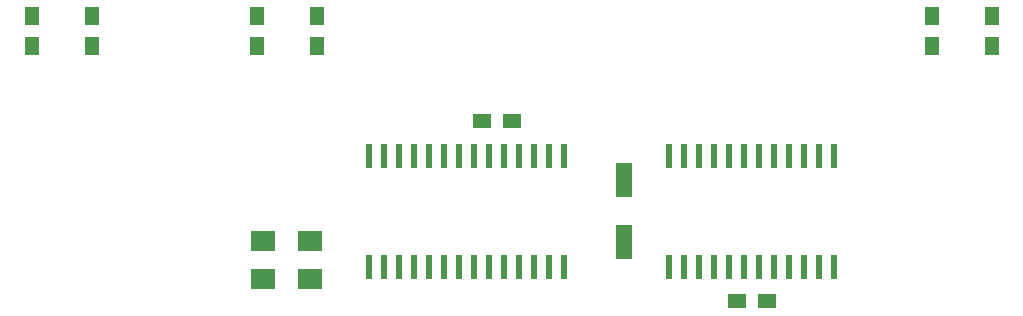
<source format=gbr>
G04 #@! TF.FileFunction,Paste,Bot*
%FSLAX46Y46*%
G04 Gerber Fmt 4.6, Leading zero omitted, Abs format (unit mm)*
G04 Created by KiCad (PCBNEW 4.0.6+dfsg1-1) date Mon Mar  5 09:48:27 2018*
%MOMM*%
%LPD*%
G01*
G04 APERTURE LIST*
%ADD10C,0.100000*%
%ADD11R,0.600000X2.000000*%
%ADD12R,1.500000X1.250000*%
%ADD13R,1.250000X1.500000*%
%ADD14R,2.000000X1.700000*%
%ADD15R,1.399540X2.999740*%
G04 APERTURE END LIST*
D10*
D11*
X146050000Y-39750000D03*
X147320000Y-39750000D03*
X148590000Y-39750000D03*
X149860000Y-39750000D03*
X151130000Y-39750000D03*
X152400000Y-39750000D03*
X153670000Y-39750000D03*
X154940000Y-39750000D03*
X156210000Y-39750000D03*
X157480000Y-39750000D03*
X158750000Y-39750000D03*
X160020000Y-39750000D03*
X160020000Y-49150000D03*
X158750000Y-49150000D03*
X157480000Y-49150000D03*
X156210000Y-49150000D03*
X154940000Y-49150000D03*
X153670000Y-49150000D03*
X152400000Y-49150000D03*
X151130000Y-49150000D03*
X149860000Y-49150000D03*
X148590000Y-49150000D03*
X147320000Y-49150000D03*
X146050000Y-49150000D03*
D12*
X151785000Y-52070000D03*
X154285000Y-52070000D03*
D13*
X97155000Y-27960000D03*
X97155000Y-30460000D03*
X111125000Y-27960000D03*
X111125000Y-30460000D03*
X92075000Y-27960000D03*
X92075000Y-30460000D03*
D12*
X130195000Y-36830000D03*
X132695000Y-36830000D03*
D14*
X115665000Y-50165000D03*
X111665000Y-50165000D03*
X115665000Y-46990000D03*
X111665000Y-46990000D03*
D15*
X142240000Y-47050960D03*
X142240000Y-41849040D03*
D13*
X173355000Y-27960000D03*
X173355000Y-30460000D03*
X168275000Y-27960000D03*
X168275000Y-30460000D03*
X116205000Y-27960000D03*
X116205000Y-30460000D03*
D11*
X120650000Y-39750000D03*
X121920000Y-39750000D03*
X123190000Y-39750000D03*
X124460000Y-39750000D03*
X125730000Y-39750000D03*
X127000000Y-39750000D03*
X128270000Y-39750000D03*
X129540000Y-39750000D03*
X130810000Y-39750000D03*
X132080000Y-39750000D03*
X133350000Y-39750000D03*
X134620000Y-39750000D03*
X135890000Y-39750000D03*
X137160000Y-39750000D03*
X137160000Y-49150000D03*
X135890000Y-49150000D03*
X134620000Y-49150000D03*
X133350000Y-49150000D03*
X132080000Y-49150000D03*
X130810000Y-49150000D03*
X129540000Y-49150000D03*
X128270000Y-49150000D03*
X127000000Y-49150000D03*
X125730000Y-49150000D03*
X124460000Y-49150000D03*
X123190000Y-49150000D03*
X121920000Y-49150000D03*
X120650000Y-49150000D03*
M02*

</source>
